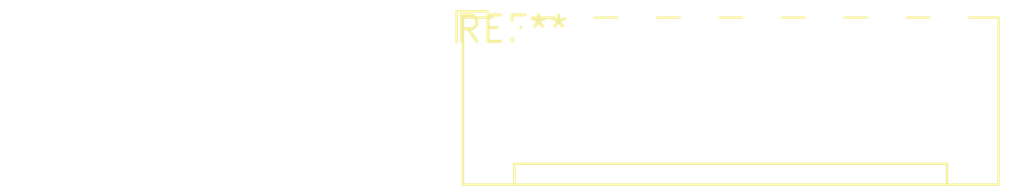
<source format=kicad_pcb>
(kicad_pcb (version 20240108) (generator pcbnew)
  (layers (0 "F.Cu" signal) (31 "B.Cu" signal) (34 "B.Paste" user) (35 "F.Paste" user) (36 "B.SilkS" user "B.Silkscreen") (37 "F.SilkS" user "F.Silkscreen") (38 "B.Mask" user) (39 "F.Mask" user) (44 "Edge.Cuts" user))
  (net 0 "")
  (footprint "JST_ZE_S15B-ZESK-2D_1x15_P1.50mm_Horizontal" (layer "F.Cu") (at 0 0)
    (property "Reference" "REF**")
    (property "Value" "JST_ZE_S15B-ZESK-2D_1x15_P1.50mm_Horizontal")
    (fp_line (start -2.66 -0.86) (end -1.16 -0.86) (layer "F.SilkS") (stroke (width 0.12)))
    (fp_line (start -2.66 0.64) (end -2.66 -0.86) (layer "F.SilkS") (stroke (width 0.12)))
    (fp_line (start -2.36 -0.56) (end -2.36 7.46) (layer "F.SilkS") (stroke (width 0.12)))
    (fp_line (start -2.36 7.46) (end 23.36 7.46) (layer "F.SilkS") (stroke (width 0.12)))
    (fp_line (start -0.96 -0.56) (end -2.36 -0.56) (layer "F.SilkS") (stroke (width 0.12)))
    (fp_line (start 0.11 6.46) (end 20.89 6.46) (layer "F.SilkS") (stroke (width 0.12)))
    (fp_line (start 0.11 7.46) (end 0.11 6.46) (layer "F.SilkS") (stroke (width 0.12)))
    (fp_line (start 0.96 -0.56) (end 2.04 -0.56) (layer "F.SilkS") (stroke (width 0.12)))
    (fp_line (start 3.96 -0.56) (end 5.04 -0.56) (layer "F.SilkS") (stroke (width 0.12)))
    (fp_line (start 6.96 -0.56) (end 8.04 -0.56) (layer "F.SilkS") (stroke (width 0.12)))
    (fp_line (start 9.96 -0.56) (end 11.04 -0.56) (layer "F.SilkS") (stroke (width 0.12)))
    (fp_line (start 12.96 -0.56) (end 14.04 -0.56) (layer "F.SilkS") (stroke (width 0.12)))
    (fp_line (start 15.96 -0.56) (end 17.04 -0.56) (layer "F.SilkS") (stroke (width 0.12)))
    (fp_line (start 18.96 -0.56) (end 20.04 -0.56) (layer "F.SilkS") (stroke (width 0.12)))
    (fp_line (start 20.89 6.46) (end 20.89 7.46) (layer "F.SilkS") (stroke (width 0.12)))
    (fp_line (start 23.36 -0.56) (end 21.96 -0.56) (layer "F.SilkS") (stroke (width 0.12)))
    (fp_line (start 23.36 7.46) (end 23.36 -0.56) (layer "F.SilkS") (stroke (width 0.12)))
    (pad "" np_thru_hole circle (at -1.55 1.85) (size 1.15 1.15) (drill 1.15) (layers *.Cu *.Mask))
    (pad "" np_thru_hole circle (at 22.55 1.85) (size 1.15 1.15) (drill 1.15) (layers *.Cu *.Mask))
    (pad "1" thru_hole roundrect (at 0 0) (size 1.4 1.75) (drill 0.75) (layers *.Cu *.Mask) (remove_unused_layers) (roundrect_rratio 0.178571))
    (pad "2" thru_hole oval (at 1.5 3.7) (size 1.4 1.75) (drill 0.75) (layers *.Cu *.Mask) (remove_unused_layers))
    (pad "3" thru_hole oval (at 3 0) (size 1.4 1.75) (drill 0.75) (layers *.Cu *.Mask) (remove_unused_layers))
    (pad "4" thru_hole oval (at 4.5 3.7) (size 1.4 1.75) (drill 0.75) (layers *.Cu *.Mask) (remove_unused_layers))
    (pad "5" thru_hole oval (at 6 0) (size 1.4 1.75) (drill 0.75) (layers *.Cu *.Mask) (remove_unused_layers))
    (pad "6" thru_hole oval (at 7.5 3.7) (size 1.4 1.75) (drill 0.75) (layers *.Cu *.Mask) (remove_unused_layers))
    (pad "7" thru_hole oval (at 9 0) (size 1.4 1.75) (drill 0.75) (layers *.Cu *.Mask) (remove_unused_layers))
    (pad "8" thru_hole oval (at 10.5 3.7) (size 1.4 1.75) (drill 0.75) (layers *.Cu *.Mask) (remove_unused_layers))
    (pad "9" thru_hole oval (at 12 0) (size 1.4 1.75) (drill 0.75) (layers *.Cu *.Mask) (remove_unused_layers))
    (pad "10" thru_hole oval (at 13.5 3.7) (size 1.4 1.75) (drill 0.75) (layers *.Cu *.Mask) (remove_unused_layers))
    (pad "11" thru_hole oval (at 15 0) (size 1.4 1.75) (drill 0.75) (layers *.Cu *.Mask) (remove_unused_layers))
    (pad "12" thru_hole oval (at 16.5 3.7) (size 1.4 1.75) (drill 0.75) (layers *.Cu *.Mask) (remove_unused_layers))
    (pad "13" thru_hole oval (at 18 0) (size 1.4 1.75) (drill 0.75) (layers *.Cu *.Mask) (remove_unused_layers))
    (pad "14" thru_hole oval (at 19.5 3.7) (size 1.4 1.75) (drill 0.75) (layers *.Cu *.Mask) (remove_unused_layers))
    (pad "15" thru_hole oval (at 21 0) (size 1.4 1.75) (drill 0.75) (layers *.Cu *.Mask) (remove_unused_layers))
  )
)
</source>
